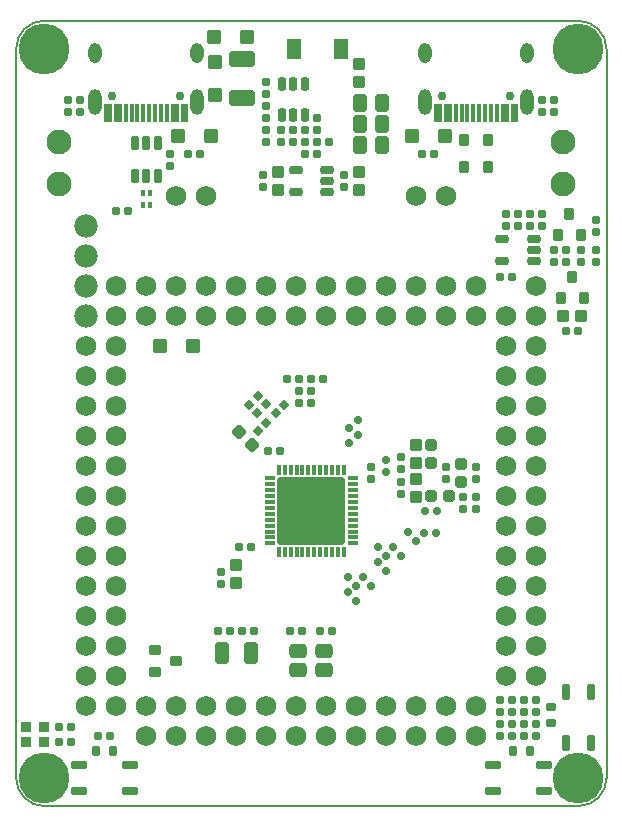
<source format=gts>
G04*
G04 #@! TF.GenerationSoftware,Altium Limited,Altium Designer,23.3.1 (30)*
G04*
G04 Layer_Color=8388736*
%FSLAX25Y25*%
%MOIN*%
G70*
G04*
G04 #@! TF.SameCoordinates,D048E5A0-3BFD-467D-8461-715AC76033F9*
G04*
G04*
G04 #@! TF.FilePolarity,Negative*
G04*
G01*
G75*
%ADD12C,0.00787*%
G04:AMPARAMS|DCode=62|XSize=35.58mil|YSize=42.27mil|CornerRadius=9.89mil|HoleSize=0mil|Usage=FLASHONLY|Rotation=90.000|XOffset=0mil|YOffset=0mil|HoleType=Round|Shape=RoundedRectangle|*
%AMROUNDEDRECTD62*
21,1,0.03558,0.02248,0,0,90.0*
21,1,0.01579,0.04227,0,0,90.0*
1,1,0.01979,0.01124,0.00789*
1,1,0.01979,0.01124,-0.00789*
1,1,0.01979,-0.01124,-0.00789*
1,1,0.01979,-0.01124,0.00789*
%
%ADD62ROUNDEDRECTD62*%
%ADD63R,0.01581X0.02368*%
G04:AMPARAMS|DCode=64|XSize=27.62mil|YSize=27.62mil|CornerRadius=4.36mil|HoleSize=0mil|Usage=FLASHONLY|Rotation=315.000|XOffset=0mil|YOffset=0mil|HoleType=Round|Shape=RoundedRectangle|*
%AMROUNDEDRECTD64*
21,1,0.02762,0.01890,0,0,315.0*
21,1,0.01890,0.02762,0,0,315.0*
1,1,0.00872,0.00000,-0.01336*
1,1,0.00872,-0.01336,0.00000*
1,1,0.00872,0.00000,0.01336*
1,1,0.00872,0.01336,0.00000*
%
%ADD64ROUNDEDRECTD64*%
G04:AMPARAMS|DCode=65|XSize=61.09mil|YSize=15.81mil|CornerRadius=4.95mil|HoleSize=0mil|Usage=FLASHONLY|Rotation=270.000|XOffset=0mil|YOffset=0mil|HoleType=Round|Shape=RoundedRectangle|*
%AMROUNDEDRECTD65*
21,1,0.06109,0.00591,0,0,270.0*
21,1,0.05118,0.01581,0,0,270.0*
1,1,0.00991,-0.00295,-0.02559*
1,1,0.00991,-0.00295,0.02559*
1,1,0.00991,0.00295,0.02559*
1,1,0.00991,0.00295,-0.02559*
%
%ADD65ROUNDEDRECTD65*%
G04:AMPARAMS|DCode=66|XSize=27.62mil|YSize=47.31mil|CornerRadius=7.91mil|HoleSize=0mil|Usage=FLASHONLY|Rotation=180.000|XOffset=0mil|YOffset=0mil|HoleType=Round|Shape=RoundedRectangle|*
%AMROUNDEDRECTD66*
21,1,0.02762,0.03150,0,0,180.0*
21,1,0.01181,0.04731,0,0,180.0*
1,1,0.01581,-0.00591,0.01575*
1,1,0.01581,0.00591,0.01575*
1,1,0.01581,0.00591,-0.01575*
1,1,0.01581,-0.00591,-0.01575*
%
%ADD66ROUNDEDRECTD66*%
G04:AMPARAMS|DCode=67|XSize=27.62mil|YSize=27.62mil|CornerRadius=4.36mil|HoleSize=0mil|Usage=FLASHONLY|Rotation=225.000|XOffset=0mil|YOffset=0mil|HoleType=Round|Shape=RoundedRectangle|*
%AMROUNDEDRECTD67*
21,1,0.02762,0.01890,0,0,225.0*
21,1,0.01890,0.02762,0,0,225.0*
1,1,0.00872,-0.01336,0.00000*
1,1,0.00872,0.00000,0.01336*
1,1,0.00872,0.01336,0.00000*
1,1,0.00872,0.00000,-0.01336*
%
%ADD67ROUNDEDRECTD67*%
G04:AMPARAMS|DCode=68|XSize=35.5mil|YSize=35.5mil|CornerRadius=5.15mil|HoleSize=0mil|Usage=FLASHONLY|Rotation=180.000|XOffset=0mil|YOffset=0mil|HoleType=Round|Shape=RoundedRectangle|*
%AMROUNDEDRECTD68*
21,1,0.03550,0.02520,0,0,180.0*
21,1,0.02520,0.03550,0,0,180.0*
1,1,0.01030,-0.01260,0.01260*
1,1,0.01030,0.01260,0.01260*
1,1,0.01030,0.01260,-0.01260*
1,1,0.01030,-0.01260,-0.01260*
%
%ADD68ROUNDEDRECTD68*%
G04:AMPARAMS|DCode=69|XSize=27.62mil|YSize=27.62mil|CornerRadius=4.36mil|HoleSize=0mil|Usage=FLASHONLY|Rotation=180.000|XOffset=0mil|YOffset=0mil|HoleType=Round|Shape=RoundedRectangle|*
%AMROUNDEDRECTD69*
21,1,0.02762,0.01890,0,0,180.0*
21,1,0.01890,0.02762,0,0,180.0*
1,1,0.00872,-0.00945,0.00945*
1,1,0.00872,0.00945,0.00945*
1,1,0.00872,0.00945,-0.00945*
1,1,0.00872,-0.00945,-0.00945*
%
%ADD69ROUNDEDRECTD69*%
G04:AMPARAMS|DCode=70|XSize=27.62mil|YSize=27.62mil|CornerRadius=4.36mil|HoleSize=0mil|Usage=FLASHONLY|Rotation=90.000|XOffset=0mil|YOffset=0mil|HoleType=Round|Shape=RoundedRectangle|*
%AMROUNDEDRECTD70*
21,1,0.02762,0.01890,0,0,90.0*
21,1,0.01890,0.02762,0,0,90.0*
1,1,0.00872,0.00945,0.00945*
1,1,0.00872,0.00945,-0.00945*
1,1,0.00872,-0.00945,-0.00945*
1,1,0.00872,-0.00945,0.00945*
%
%ADD70ROUNDEDRECTD70*%
G04:AMPARAMS|DCode=71|XSize=27.62mil|YSize=31.56mil|CornerRadius=4.95mil|HoleSize=0mil|Usage=FLASHONLY|Rotation=270.000|XOffset=0mil|YOffset=0mil|HoleType=Round|Shape=RoundedRectangle|*
%AMROUNDEDRECTD71*
21,1,0.02762,0.02165,0,0,270.0*
21,1,0.01772,0.03156,0,0,270.0*
1,1,0.00991,-0.01083,-0.00886*
1,1,0.00991,-0.01083,0.00886*
1,1,0.00991,0.01083,0.00886*
1,1,0.00991,0.01083,-0.00886*
%
%ADD71ROUNDEDRECTD71*%
G04:AMPARAMS|DCode=72|XSize=29.59mil|YSize=51.24mil|CornerRadius=5.2mil|HoleSize=0mil|Usage=FLASHONLY|Rotation=180.000|XOffset=0mil|YOffset=0mil|HoleType=Round|Shape=RoundedRectangle|*
%AMROUNDEDRECTD72*
21,1,0.02959,0.04085,0,0,180.0*
21,1,0.01919,0.05124,0,0,180.0*
1,1,0.01040,-0.00960,0.02042*
1,1,0.01040,0.00960,0.02042*
1,1,0.01040,0.00960,-0.02042*
1,1,0.01040,-0.00960,-0.02042*
%
%ADD72ROUNDEDRECTD72*%
G04:AMPARAMS|DCode=73|XSize=29.59mil|YSize=51.24mil|CornerRadius=5.2mil|HoleSize=0mil|Usage=FLASHONLY|Rotation=270.000|XOffset=0mil|YOffset=0mil|HoleType=Round|Shape=RoundedRectangle|*
%AMROUNDEDRECTD73*
21,1,0.02959,0.04085,0,0,270.0*
21,1,0.01919,0.05124,0,0,270.0*
1,1,0.01040,-0.02042,-0.00960*
1,1,0.01040,-0.02042,0.00960*
1,1,0.01040,0.02042,0.00960*
1,1,0.01040,0.02042,-0.00960*
%
%ADD73ROUNDEDRECTD73*%
G04:AMPARAMS|DCode=74|XSize=47.31mil|YSize=47.31mil|CornerRadius=7.41mil|HoleSize=0mil|Usage=FLASHONLY|Rotation=0.000|XOffset=0mil|YOffset=0mil|HoleType=Round|Shape=RoundedRectangle|*
%AMROUNDEDRECTD74*
21,1,0.04731,0.03248,0,0,0.0*
21,1,0.03248,0.04731,0,0,0.0*
1,1,0.01483,0.01624,-0.01624*
1,1,0.01483,-0.01624,-0.01624*
1,1,0.01483,-0.01624,0.01624*
1,1,0.01483,0.01624,0.01624*
%
%ADD74ROUNDEDRECTD74*%
G04:AMPARAMS|DCode=75|XSize=47.31mil|YSize=47.31mil|CornerRadius=7.41mil|HoleSize=0mil|Usage=FLASHONLY|Rotation=90.000|XOffset=0mil|YOffset=0mil|HoleType=Round|Shape=RoundedRectangle|*
%AMROUNDEDRECTD75*
21,1,0.04731,0.03248,0,0,90.0*
21,1,0.03248,0.04731,0,0,90.0*
1,1,0.01483,0.01624,0.01624*
1,1,0.01483,0.01624,-0.01624*
1,1,0.01483,-0.01624,-0.01624*
1,1,0.01483,-0.01624,0.01624*
%
%ADD75ROUNDEDRECTD75*%
G04:AMPARAMS|DCode=76|XSize=27.62mil|YSize=43.37mil|CornerRadius=7.91mil|HoleSize=0mil|Usage=FLASHONLY|Rotation=270.000|XOffset=0mil|YOffset=0mil|HoleType=Round|Shape=RoundedRectangle|*
%AMROUNDEDRECTD76*
21,1,0.02762,0.02756,0,0,270.0*
21,1,0.01181,0.04337,0,0,270.0*
1,1,0.01581,-0.01378,-0.00591*
1,1,0.01581,-0.01378,0.00591*
1,1,0.01581,0.01378,0.00591*
1,1,0.01581,0.01378,-0.00591*
%
%ADD76ROUNDEDRECTD76*%
G04:AMPARAMS|DCode=77|XSize=35.58mil|YSize=42.27mil|CornerRadius=9.89mil|HoleSize=0mil|Usage=FLASHONLY|Rotation=180.000|XOffset=0mil|YOffset=0mil|HoleType=Round|Shape=RoundedRectangle|*
%AMROUNDEDRECTD77*
21,1,0.03558,0.02248,0,0,180.0*
21,1,0.01579,0.04227,0,0,180.0*
1,1,0.01979,-0.00789,0.01124*
1,1,0.01979,0.00789,0.01124*
1,1,0.01979,0.00789,-0.01124*
1,1,0.01979,-0.00789,-0.01124*
%
%ADD77ROUNDEDRECTD77*%
G04:AMPARAMS|DCode=78|XSize=39mil|YSize=39mil|CornerRadius=5.5mil|HoleSize=0mil|Usage=FLASHONLY|Rotation=180.000|XOffset=0mil|YOffset=0mil|HoleType=Round|Shape=RoundedRectangle|*
%AMROUNDEDRECTD78*
21,1,0.03900,0.02800,0,0,180.0*
21,1,0.02800,0.03900,0,0,180.0*
1,1,0.01100,-0.01400,0.01400*
1,1,0.01100,0.01400,0.01400*
1,1,0.01100,0.01400,-0.01400*
1,1,0.01100,-0.01400,-0.01400*
%
%ADD78ROUNDEDRECTD78*%
G04:AMPARAMS|DCode=79|XSize=39mil|YSize=39mil|CornerRadius=5.5mil|HoleSize=0mil|Usage=FLASHONLY|Rotation=270.000|XOffset=0mil|YOffset=0mil|HoleType=Round|Shape=RoundedRectangle|*
%AMROUNDEDRECTD79*
21,1,0.03900,0.02800,0,0,270.0*
21,1,0.02800,0.03900,0,0,270.0*
1,1,0.01100,-0.01400,-0.01400*
1,1,0.01100,-0.01400,0.01400*
1,1,0.01100,0.01400,0.01400*
1,1,0.01100,0.01400,-0.01400*
%
%ADD79ROUNDEDRECTD79*%
G04:AMPARAMS|DCode=80|XSize=46.5mil|YSize=59mil|CornerRadius=6.25mil|HoleSize=0mil|Usage=FLASHONLY|Rotation=0.000|XOffset=0mil|YOffset=0mil|HoleType=Round|Shape=RoundedRectangle|*
%AMROUNDEDRECTD80*
21,1,0.04650,0.04650,0,0,0.0*
21,1,0.03400,0.05900,0,0,0.0*
1,1,0.01250,0.01700,-0.02325*
1,1,0.01250,-0.01700,-0.02325*
1,1,0.01250,-0.01700,0.02325*
1,1,0.01250,0.01700,0.02325*
%
%ADD80ROUNDEDRECTD80*%
G04:AMPARAMS|DCode=81|XSize=24mil|YSize=24mil|CornerRadius=7mil|HoleSize=0mil|Usage=FLASHONLY|Rotation=45.000|XOffset=0mil|YOffset=0mil|HoleType=Round|Shape=RoundedRectangle|*
%AMROUNDEDRECTD81*
21,1,0.02400,0.01000,0,0,45.0*
21,1,0.01000,0.02400,0,0,45.0*
1,1,0.01400,0.00707,0.00000*
1,1,0.01400,0.00000,-0.00707*
1,1,0.01400,-0.00707,0.00000*
1,1,0.01400,0.00000,0.00707*
%
%ADD81ROUNDEDRECTD81*%
G04:AMPARAMS|DCode=82|XSize=24mil|YSize=24mil|CornerRadius=7mil|HoleSize=0mil|Usage=FLASHONLY|Rotation=270.000|XOffset=0mil|YOffset=0mil|HoleType=Round|Shape=RoundedRectangle|*
%AMROUNDEDRECTD82*
21,1,0.02400,0.01000,0,0,270.0*
21,1,0.01000,0.02400,0,0,270.0*
1,1,0.01400,-0.00500,-0.00500*
1,1,0.01400,-0.00500,0.00500*
1,1,0.01400,0.00500,0.00500*
1,1,0.01400,0.00500,-0.00500*
%
%ADD82ROUNDEDRECTD82*%
G04:AMPARAMS|DCode=83|XSize=24mil|YSize=24mil|CornerRadius=7mil|HoleSize=0mil|Usage=FLASHONLY|Rotation=0.000|XOffset=0mil|YOffset=0mil|HoleType=Round|Shape=RoundedRectangle|*
%AMROUNDEDRECTD83*
21,1,0.02400,0.01000,0,0,0.0*
21,1,0.01000,0.02400,0,0,0.0*
1,1,0.01400,0.00500,-0.00500*
1,1,0.01400,-0.00500,-0.00500*
1,1,0.01400,-0.00500,0.00500*
1,1,0.01400,0.00500,0.00500*
%
%ADD83ROUNDEDRECTD83*%
G04:AMPARAMS|DCode=84|XSize=24mil|YSize=24mil|CornerRadius=7mil|HoleSize=0mil|Usage=FLASHONLY|Rotation=315.000|XOffset=0mil|YOffset=0mil|HoleType=Round|Shape=RoundedRectangle|*
%AMROUNDEDRECTD84*
21,1,0.02400,0.01000,0,0,315.0*
21,1,0.01000,0.02400,0,0,315.0*
1,1,0.01400,0.00000,-0.00707*
1,1,0.01400,-0.00707,0.00000*
1,1,0.01400,0.00000,0.00707*
1,1,0.01400,0.00707,0.00000*
%
%ADD84ROUNDEDRECTD84*%
G04:AMPARAMS|DCode=85|XSize=35.5mil|YSize=15.81mil|CornerRadius=4.95mil|HoleSize=0mil|Usage=FLASHONLY|Rotation=90.000|XOffset=0mil|YOffset=0mil|HoleType=Round|Shape=RoundedRectangle|*
%AMROUNDEDRECTD85*
21,1,0.03550,0.00591,0,0,90.0*
21,1,0.02559,0.01581,0,0,90.0*
1,1,0.00991,0.00295,0.01280*
1,1,0.00991,0.00295,-0.01280*
1,1,0.00991,-0.00295,-0.01280*
1,1,0.00991,-0.00295,0.01280*
%
%ADD85ROUNDEDRECTD85*%
G04:AMPARAMS|DCode=86|XSize=35.5mil|YSize=15.81mil|CornerRadius=4.95mil|HoleSize=0mil|Usage=FLASHONLY|Rotation=180.000|XOffset=0mil|YOffset=0mil|HoleType=Round|Shape=RoundedRectangle|*
%AMROUNDEDRECTD86*
21,1,0.03550,0.00591,0,0,180.0*
21,1,0.02559,0.01581,0,0,180.0*
1,1,0.00991,-0.01280,0.00295*
1,1,0.00991,0.01280,0.00295*
1,1,0.00991,0.01280,-0.00295*
1,1,0.00991,-0.01280,-0.00295*
%
%ADD86ROUNDEDRECTD86*%
G04:AMPARAMS|DCode=87|XSize=27.62mil|YSize=31.56mil|CornerRadius=4.95mil|HoleSize=0mil|Usage=FLASHONLY|Rotation=180.000|XOffset=0mil|YOffset=0mil|HoleType=Round|Shape=RoundedRectangle|*
%AMROUNDEDRECTD87*
21,1,0.02762,0.02165,0,0,180.0*
21,1,0.01772,0.03156,0,0,180.0*
1,1,0.00991,-0.00886,0.01083*
1,1,0.00991,0.00886,0.01083*
1,1,0.00991,0.00886,-0.01083*
1,1,0.00991,-0.00886,-0.01083*
%
%ADD87ROUNDEDRECTD87*%
G04:AMPARAMS|DCode=88|XSize=39.43mil|YSize=35.5mil|CornerRadius=5.94mil|HoleSize=0mil|Usage=FLASHONLY|Rotation=270.000|XOffset=0mil|YOffset=0mil|HoleType=Round|Shape=RoundedRectangle|*
%AMROUNDEDRECTD88*
21,1,0.03943,0.02362,0,0,270.0*
21,1,0.02756,0.03550,0,0,270.0*
1,1,0.01187,-0.01181,-0.01378*
1,1,0.01187,-0.01181,0.01378*
1,1,0.01187,0.01181,0.01378*
1,1,0.01187,0.01181,-0.01378*
%
%ADD88ROUNDEDRECTD88*%
%ADD89R,0.04770X0.07093*%
G04:AMPARAMS|DCode=90|XSize=54mil|YSize=84mil|CornerRadius=7mil|HoleSize=0mil|Usage=FLASHONLY|Rotation=270.000|XOffset=0mil|YOffset=0mil|HoleType=Round|Shape=RoundedRectangle|*
%AMROUNDEDRECTD90*
21,1,0.05400,0.07000,0,0,270.0*
21,1,0.04000,0.08400,0,0,270.0*
1,1,0.01400,-0.03500,-0.02000*
1,1,0.01400,-0.03500,0.02000*
1,1,0.01400,0.03500,0.02000*
1,1,0.01400,0.03500,-0.02000*
%
%ADD90ROUNDEDRECTD90*%
G04:AMPARAMS|DCode=91|XSize=27.62mil|YSize=43.37mil|CornerRadius=7.91mil|HoleSize=0mil|Usage=FLASHONLY|Rotation=0.000|XOffset=0mil|YOffset=0mil|HoleType=Round|Shape=RoundedRectangle|*
%AMROUNDEDRECTD91*
21,1,0.02762,0.02756,0,0,0.0*
21,1,0.01181,0.04337,0,0,0.0*
1,1,0.01581,0.00591,-0.01378*
1,1,0.01581,-0.00591,-0.01378*
1,1,0.01581,-0.00591,0.01378*
1,1,0.01581,0.00591,0.01378*
%
%ADD91ROUNDEDRECTD91*%
G04:AMPARAMS|DCode=92|XSize=39mil|YSize=39mil|CornerRadius=6.38mil|HoleSize=0mil|Usage=FLASHONLY|Rotation=270.000|XOffset=0mil|YOffset=0mil|HoleType=Round|Shape=RoundedRectangle|*
%AMROUNDEDRECTD92*
21,1,0.03900,0.02625,0,0,270.0*
21,1,0.02625,0.03900,0,0,270.0*
1,1,0.01275,-0.01313,-0.01313*
1,1,0.01275,-0.01313,0.01313*
1,1,0.01275,0.01313,0.01313*
1,1,0.01275,0.01313,-0.01313*
%
%ADD92ROUNDEDRECTD92*%
G04:AMPARAMS|DCode=93|XSize=39mil|YSize=39mil|CornerRadius=6.38mil|HoleSize=0mil|Usage=FLASHONLY|Rotation=180.000|XOffset=0mil|YOffset=0mil|HoleType=Round|Shape=RoundedRectangle|*
%AMROUNDEDRECTD93*
21,1,0.03900,0.02625,0,0,180.0*
21,1,0.02625,0.03900,0,0,180.0*
1,1,0.01275,-0.01313,0.01313*
1,1,0.01275,0.01313,0.01313*
1,1,0.01275,0.01313,-0.01313*
1,1,0.01275,-0.01313,-0.01313*
%
%ADD93ROUNDEDRECTD93*%
G04:AMPARAMS|DCode=94|XSize=39mil|YSize=39mil|CornerRadius=5.5mil|HoleSize=0mil|Usage=FLASHONLY|Rotation=315.000|XOffset=0mil|YOffset=0mil|HoleType=Round|Shape=RoundedRectangle|*
%AMROUNDEDRECTD94*
21,1,0.03900,0.02800,0,0,315.0*
21,1,0.02800,0.03900,0,0,315.0*
1,1,0.01100,0.00000,-0.01980*
1,1,0.01100,-0.01980,0.00000*
1,1,0.01100,0.00000,0.01980*
1,1,0.01100,0.01980,0.00000*
%
%ADD94ROUNDEDRECTD94*%
G04:AMPARAMS|DCode=95|XSize=43.37mil|YSize=74.87mil|CornerRadius=6.92mil|HoleSize=0mil|Usage=FLASHONLY|Rotation=0.000|XOffset=0mil|YOffset=0mil|HoleType=Round|Shape=RoundedRectangle|*
%AMROUNDEDRECTD95*
21,1,0.04337,0.06102,0,0,0.0*
21,1,0.02953,0.07487,0,0,0.0*
1,1,0.01384,0.01476,-0.03051*
1,1,0.01384,-0.01476,-0.03051*
1,1,0.01384,-0.01476,0.03051*
1,1,0.01384,0.01476,0.03051*
%
%ADD95ROUNDEDRECTD95*%
G04:AMPARAMS|DCode=96|XSize=49.28mil|YSize=59.12mil|CornerRadius=13.32mil|HoleSize=0mil|Usage=FLASHONLY|Rotation=90.000|XOffset=0mil|YOffset=0mil|HoleType=Round|Shape=RoundedRectangle|*
%AMROUNDEDRECTD96*
21,1,0.04928,0.03248,0,0,90.0*
21,1,0.02264,0.05912,0,0,90.0*
1,1,0.02664,0.01624,0.01132*
1,1,0.02664,0.01624,-0.01132*
1,1,0.02664,-0.01624,-0.01132*
1,1,0.02664,-0.01624,0.01132*
%
%ADD96ROUNDEDRECTD96*%
G04:AMPARAMS|DCode=97|XSize=224.47mil|YSize=224.47mil|CornerRadius=7.51mil|HoleSize=0mil|Usage=FLASHONLY|Rotation=90.000|XOffset=0mil|YOffset=0mil|HoleType=Round|Shape=RoundedRectangle|*
%AMROUNDEDRECTD97*
21,1,0.22447,0.20945,0,0,90.0*
21,1,0.20945,0.22447,0,0,90.0*
1,1,0.01502,0.10472,0.10472*
1,1,0.01502,0.10472,-0.10472*
1,1,0.01502,-0.10472,-0.10472*
1,1,0.01502,-0.10472,0.10472*
%
%ADD97ROUNDEDRECTD97*%
%ADD98C,0.06896*%
%ADD99O,0.04337X0.06699*%
%ADD100O,0.04337X0.08668*%
%ADD101C,0.02959*%
%ADD102C,0.16935*%
%ADD103C,0.08274*%
%ADD104C,0.07800*%
D12*
X188976Y1575D02*
G03*
X198425Y11024I0J9449D01*
G01*
Y253937D02*
G03*
X188976Y263386I-9449J0D01*
G01*
X11024D02*
G03*
X1575Y253937I0J-9449D01*
G01*
Y11024D02*
G03*
X11024Y1575I9449J0D01*
G01*
X1575Y11024D02*
Y253937D01*
X11024Y263386D02*
X188976D01*
X198425Y11024D02*
Y253937D01*
X11024Y1575D02*
X188976D01*
D62*
X48016Y53740D02*
D03*
Y46260D02*
D03*
X54984Y50000D02*
D03*
D63*
X43917Y201933D02*
D03*
X46083D02*
D03*
Y206067D02*
D03*
X43917D02*
D03*
D64*
X82108Y138392D02*
D03*
X79108Y135392D02*
D03*
X84892Y135608D02*
D03*
X81892Y132608D02*
D03*
D65*
X44016Y232705D02*
D03*
X47953D02*
D03*
X45984D02*
D03*
X42047D02*
D03*
X58287D02*
D03*
X57106D02*
D03*
X55089D02*
D03*
X53908D02*
D03*
X51890D02*
D03*
X49921D02*
D03*
X40079D02*
D03*
X38110D02*
D03*
X36092D02*
D03*
X34911D02*
D03*
X32894D02*
D03*
X31713D02*
D03*
X168287D02*
D03*
X167106D02*
D03*
X165089D02*
D03*
X163908D02*
D03*
X161890D02*
D03*
X159921D02*
D03*
X157953D02*
D03*
X155984D02*
D03*
X154016D02*
D03*
X152047D02*
D03*
X150079D02*
D03*
X148110D02*
D03*
X146092D02*
D03*
X144911D02*
D03*
X142894D02*
D03*
X141713D02*
D03*
D66*
X48740Y222512D02*
D03*
Y211488D02*
D03*
X41260Y222512D02*
D03*
Y211488D02*
D03*
X45000Y222512D02*
D03*
Y211488D02*
D03*
D67*
X88108Y132608D02*
D03*
X84892Y129392D02*
D03*
X82108Y126608D02*
D03*
X90892Y135392D02*
D03*
D68*
X5000Y23000D02*
D03*
X11000D02*
D03*
Y28000D02*
D03*
X5000D02*
D03*
D69*
X19969D02*
D03*
X16032D02*
D03*
X166969Y37000D02*
D03*
X163031D02*
D03*
X163063Y33000D02*
D03*
X167000D02*
D03*
X163031Y29000D02*
D03*
X166969D02*
D03*
X174969Y37000D02*
D03*
X171031D02*
D03*
X19969Y23000D02*
D03*
X16032D02*
D03*
X185031Y160000D02*
D03*
X188969D02*
D03*
X184968Y183000D02*
D03*
X181032D02*
D03*
Y187000D02*
D03*
X184968D02*
D03*
X166969Y178000D02*
D03*
X163031D02*
D03*
X176969Y195000D02*
D03*
X173031D02*
D03*
X165032D02*
D03*
X168968D02*
D03*
X176969Y199000D02*
D03*
X173031D02*
D03*
X165032D02*
D03*
X168968D02*
D03*
X137031Y219000D02*
D03*
X140969D02*
D03*
X35032Y200000D02*
D03*
X38969D02*
D03*
X102032Y223000D02*
D03*
X105968D02*
D03*
X29032Y25000D02*
D03*
X32969D02*
D03*
X77031Y60000D02*
D03*
X80968D02*
D03*
X72969D02*
D03*
X69032D02*
D03*
X103032D02*
D03*
X106968D02*
D03*
X96969D02*
D03*
X93032D02*
D03*
X100031Y144000D02*
D03*
X103969D02*
D03*
X92032D02*
D03*
X95969D02*
D03*
X85532Y120000D02*
D03*
X89468D02*
D03*
X79969Y88000D02*
D03*
X76032D02*
D03*
X98032Y219000D02*
D03*
X101969D02*
D03*
X171031Y25000D02*
D03*
X174969D02*
D03*
X166969D02*
D03*
X163031D02*
D03*
X62968Y219000D02*
D03*
X59031D02*
D03*
D70*
X175000Y29032D02*
D03*
Y32969D02*
D03*
X171000D02*
D03*
Y29032D02*
D03*
X150500Y100531D02*
D03*
Y104469D02*
D03*
X190000Y183031D02*
D03*
Y186969D02*
D03*
X195000Y183031D02*
D03*
Y186969D02*
D03*
Y193032D02*
D03*
Y196968D02*
D03*
X84000Y208032D02*
D03*
Y211968D02*
D03*
X94000Y223031D02*
D03*
Y226969D02*
D03*
X90000Y223031D02*
D03*
Y226969D02*
D03*
X111000Y208032D02*
D03*
Y211968D02*
D03*
X53000Y215032D02*
D03*
Y218969D02*
D03*
X98000Y223031D02*
D03*
Y226969D02*
D03*
X102000Y230968D02*
D03*
Y227031D02*
D03*
X177000Y233032D02*
D03*
Y236968D02*
D03*
X181000Y233032D02*
D03*
Y236968D02*
D03*
X85000Y223031D02*
D03*
Y226969D02*
D03*
Y231031D02*
D03*
Y234968D02*
D03*
Y242969D02*
D03*
Y239032D02*
D03*
X120000Y110531D02*
D03*
Y114469D02*
D03*
X130000Y114032D02*
D03*
Y117968D02*
D03*
Y105532D02*
D03*
Y109468D02*
D03*
X100000Y139969D02*
D03*
Y136031D02*
D03*
X96000Y139969D02*
D03*
Y136031D02*
D03*
X70000Y75532D02*
D03*
Y79469D02*
D03*
X155000Y110531D02*
D03*
Y114469D02*
D03*
X18917Y236937D02*
D03*
Y233000D02*
D03*
X155000Y100531D02*
D03*
Y104469D02*
D03*
X23000Y233032D02*
D03*
Y236968D02*
D03*
X145000Y110531D02*
D03*
Y114469D02*
D03*
D71*
X180000Y29244D02*
D03*
Y34756D02*
D03*
D72*
X193232Y39465D02*
D03*
Y22535D02*
D03*
X184768Y39465D02*
D03*
Y22535D02*
D03*
D73*
X177465Y6768D02*
D03*
X160535D02*
D03*
X177465Y15232D02*
D03*
X160535D02*
D03*
X39465Y6768D02*
D03*
X22535D02*
D03*
X39465Y15232D02*
D03*
X22535D02*
D03*
D74*
X49488Y155000D02*
D03*
X133488Y225000D02*
D03*
X78512Y258000D02*
D03*
X68000Y249512D02*
D03*
X66512Y225000D02*
D03*
D75*
X60512Y155000D02*
D03*
X144512Y225000D02*
D03*
X67488Y258000D02*
D03*
X68000Y238488D02*
D03*
X55488Y225000D02*
D03*
D76*
X163685Y183260D02*
D03*
Y190740D02*
D03*
X174315D02*
D03*
Y187000D02*
D03*
Y183260D02*
D03*
X105157Y206260D02*
D03*
Y210000D02*
D03*
Y213740D02*
D03*
X94842D02*
D03*
Y206260D02*
D03*
D77*
X187000Y177984D02*
D03*
X190740Y171016D02*
D03*
X183260D02*
D03*
X186000Y198984D02*
D03*
X189740Y192016D02*
D03*
X182260D02*
D03*
D78*
X184000Y165000D02*
D03*
X190000D02*
D03*
D79*
X116000Y249000D02*
D03*
Y243000D02*
D03*
Y207000D02*
D03*
Y213000D02*
D03*
X89000D02*
D03*
Y207000D02*
D03*
X75000Y82000D02*
D03*
Y76000D02*
D03*
X135000Y110500D02*
D03*
Y104500D02*
D03*
Y116000D02*
D03*
Y122000D02*
D03*
D80*
X123626Y222000D02*
D03*
X116374D02*
D03*
X123626Y236000D02*
D03*
X116374D02*
D03*
X123626Y229000D02*
D03*
X116374D02*
D03*
D81*
X112086Y72914D02*
D03*
Y77914D02*
D03*
X117086D02*
D03*
X122086Y82914D02*
D03*
Y87914D02*
D03*
X127086D02*
D03*
X132086Y92914D02*
D03*
X114914Y70086D02*
D03*
Y75086D02*
D03*
X119914D02*
D03*
X124914Y80086D02*
D03*
Y85086D02*
D03*
X129914D02*
D03*
X134914Y90086D02*
D03*
D82*
X137500Y92500D02*
D03*
X138000Y100000D02*
D03*
X141500Y92500D02*
D03*
X142000Y100000D02*
D03*
D83*
X125000Y113000D02*
D03*
Y117000D02*
D03*
D84*
X112586Y122586D02*
D03*
Y127586D02*
D03*
X115414Y125414D02*
D03*
Y130414D02*
D03*
D85*
X104921Y86221D02*
D03*
X106890D02*
D03*
X108858D02*
D03*
Y113780D02*
D03*
X106890Y113780D02*
D03*
X89173D02*
D03*
X91142D02*
D03*
X93110D02*
D03*
X95079D02*
D03*
X97047D02*
D03*
X99016D02*
D03*
X100984D02*
D03*
X102953D02*
D03*
X104921D02*
D03*
X110827Y113780D02*
D03*
Y86221D02*
D03*
X102953D02*
D03*
X100984D02*
D03*
X99016D02*
D03*
X97047D02*
D03*
X95079D02*
D03*
X93110D02*
D03*
X91142D02*
D03*
X89173D02*
D03*
D86*
X113779Y89173D02*
D03*
Y91142D02*
D03*
Y93110D02*
D03*
Y97047D02*
D03*
Y99016D02*
D03*
Y100984D02*
D03*
Y106890D02*
D03*
X86220Y89173D02*
D03*
X86220Y91142D02*
D03*
X86220Y93110D02*
D03*
X86220Y95079D02*
D03*
X86220Y97047D02*
D03*
X86220Y99016D02*
D03*
Y100984D02*
D03*
X86220Y102953D02*
D03*
X86220Y104921D02*
D03*
X86220Y106890D02*
D03*
X86220Y108858D02*
D03*
X86220Y110827D02*
D03*
X113779D02*
D03*
Y108858D02*
D03*
Y104921D02*
D03*
Y102953D02*
D03*
Y95079D02*
D03*
D87*
X33756Y20000D02*
D03*
X28244D02*
D03*
X172756D02*
D03*
X167244D02*
D03*
D88*
X151000Y214472D02*
D03*
Y223528D02*
D03*
X159000Y214472D02*
D03*
Y223528D02*
D03*
D89*
X94146Y254000D02*
D03*
X109854Y254000D02*
D03*
D90*
X77000Y237500D02*
D03*
Y250500D02*
D03*
D91*
X97740Y231842D02*
D03*
X90260D02*
D03*
Y242158D02*
D03*
X94000D02*
D03*
X97740D02*
D03*
X94000Y231842D02*
D03*
D92*
X140000Y122000D02*
D03*
Y116000D02*
D03*
X150000Y109500D02*
D03*
Y115500D02*
D03*
D93*
X146000Y105000D02*
D03*
X140000D02*
D03*
D94*
X80121Y121879D02*
D03*
X75879Y126121D02*
D03*
D95*
X79921Y52500D02*
D03*
X70079D02*
D03*
D96*
X104331Y53150D02*
D03*
Y46850D02*
D03*
X95669Y53150D02*
D03*
Y46850D02*
D03*
D97*
X100000Y100000D02*
D03*
D98*
X165000Y85000D02*
D03*
X35000Y35000D02*
D03*
X25000D02*
D03*
X165000Y165000D02*
D03*
X35000D02*
D03*
Y175000D02*
D03*
X175000Y165000D02*
D03*
Y175000D02*
D03*
X165000Y155000D02*
D03*
Y145000D02*
D03*
Y125000D02*
D03*
Y115000D02*
D03*
Y75000D02*
D03*
Y135000D02*
D03*
Y105000D02*
D03*
Y95000D02*
D03*
Y65000D02*
D03*
Y55000D02*
D03*
Y45000D02*
D03*
X155000Y175000D02*
D03*
X125000D02*
D03*
X115000D02*
D03*
X105000D02*
D03*
X95000D02*
D03*
X85000D02*
D03*
X75000D02*
D03*
X65000D02*
D03*
X55000D02*
D03*
X45000D02*
D03*
X135000D02*
D03*
X145000D02*
D03*
X175000Y155000D02*
D03*
Y145000D02*
D03*
Y125000D02*
D03*
Y115000D02*
D03*
Y75000D02*
D03*
Y135000D02*
D03*
Y105000D02*
D03*
Y95000D02*
D03*
Y85000D02*
D03*
Y65000D02*
D03*
Y55000D02*
D03*
Y45000D02*
D03*
X155000Y35000D02*
D03*
X115000D02*
D03*
X105000D02*
D03*
X95000D02*
D03*
X85000D02*
D03*
X75000D02*
D03*
X65000D02*
D03*
X55000D02*
D03*
X45000D02*
D03*
X145000D02*
D03*
X135000D02*
D03*
X125000D02*
D03*
X155000Y25000D02*
D03*
X115000D02*
D03*
X105000D02*
D03*
X95000D02*
D03*
X85000D02*
D03*
X75000D02*
D03*
X65000D02*
D03*
X55000D02*
D03*
X45000D02*
D03*
X145000D02*
D03*
X135000D02*
D03*
X125000D02*
D03*
X155000Y165000D02*
D03*
X125000D02*
D03*
X115000D02*
D03*
X105000D02*
D03*
X95000D02*
D03*
X85000D02*
D03*
X75000D02*
D03*
X65000D02*
D03*
X55000D02*
D03*
X45000D02*
D03*
X135000D02*
D03*
X145000D02*
D03*
X25000Y155000D02*
D03*
Y145000D02*
D03*
Y135000D02*
D03*
Y125000D02*
D03*
Y115000D02*
D03*
Y105000D02*
D03*
Y95000D02*
D03*
Y85000D02*
D03*
Y75000D02*
D03*
Y65000D02*
D03*
Y55000D02*
D03*
Y45000D02*
D03*
X35000Y155000D02*
D03*
Y145000D02*
D03*
Y135000D02*
D03*
Y125000D02*
D03*
Y115000D02*
D03*
Y105000D02*
D03*
Y95000D02*
D03*
Y85000D02*
D03*
Y75000D02*
D03*
Y65000D02*
D03*
Y55000D02*
D03*
X145000Y205000D02*
D03*
X135000D02*
D03*
X55000D02*
D03*
X65000D02*
D03*
X35000Y45000D02*
D03*
D99*
X27992Y252764D02*
D03*
X62008D02*
D03*
X137992D02*
D03*
X172008D02*
D03*
D100*
X62008Y236307D02*
D03*
X27992D02*
D03*
X172008D02*
D03*
X137992D02*
D03*
D101*
X33622Y238394D02*
D03*
X56378D02*
D03*
X143622D02*
D03*
X166378D02*
D03*
D102*
X11024Y253937D02*
D03*
X188976D02*
D03*
Y11024D02*
D03*
X11024D02*
D03*
D103*
X16000Y222890D02*
D03*
Y209110D02*
D03*
X184000Y222890D02*
D03*
Y209110D02*
D03*
D104*
X25000Y195000D02*
D03*
Y185000D02*
D03*
Y175000D02*
D03*
Y165000D02*
D03*
M02*

</source>
